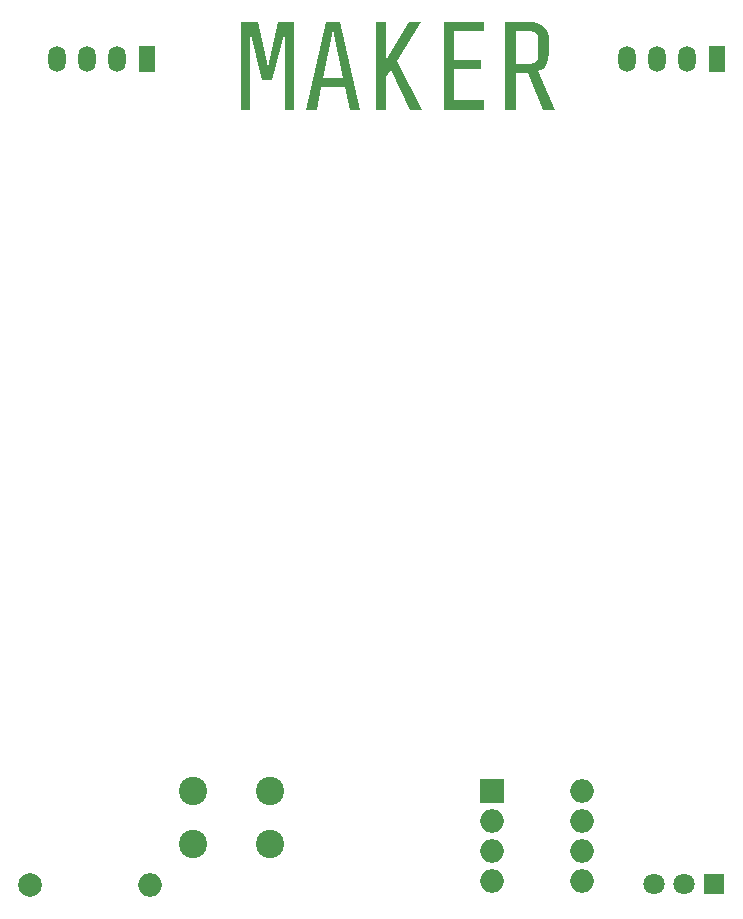
<source format=gbr>
G04 #@! TF.GenerationSoftware,KiCad,Pcbnew,5.0.0-fee4fd1~66~ubuntu18.04.1*
G04 #@! TF.CreationDate,2018-08-08T07:38:06+02:00*
G04 #@! TF.ProjectId,Saba-TIC18,536162612D54494331382E6B69636164,rev?*
G04 #@! TF.SameCoordinates,Original*
G04 #@! TF.FileFunction,Soldermask,Top*
G04 #@! TF.FilePolarity,Negative*
%FSLAX46Y46*%
G04 Gerber Fmt 4.6, Leading zero omitted, Abs format (unit mm)*
G04 Created by KiCad (PCBNEW 5.0.0-fee4fd1~66~ubuntu18.04.1) date Wed Aug  8 07:38:06 2018*
%MOMM*%
%LPD*%
G01*
G04 APERTURE LIST*
%ADD10C,0.100000*%
%ADD11O,1.470000X2.200000*%
%ADD12R,1.470000X2.200000*%
%ADD13O,2.000000X2.000000*%
%ADD14C,2.000000*%
%ADD15C,1.800000*%
%ADD16R,1.800000X1.800000*%
%ADD17C,2.400000*%
%ADD18R,2.000000X2.000000*%
G04 APERTURE END LIST*
D10*
G04 #@! TO.C,svg2mod*
G36*
X132070105Y-76480082D02*
X131216176Y-76480082D01*
X130207921Y-72312231D01*
X130207921Y-78972308D01*
X129426010Y-78972308D01*
X129426010Y-71548655D01*
X130856085Y-71548655D01*
X131679150Y-75345323D01*
X132512503Y-71548655D01*
X133901424Y-71548655D01*
X133901424Y-78972308D01*
X133098936Y-78972308D01*
X133098936Y-72312231D01*
X132070105Y-76480082D01*
X132070105Y-76480082D01*
G37*
G36*
X136206649Y-77095185D02*
X138048256Y-76299793D01*
X137204615Y-72248599D01*
X136371262Y-76299793D01*
X138048256Y-76299793D01*
X136206649Y-77095185D01*
X135805405Y-78972308D01*
X134889745Y-78972308D01*
X136628469Y-71548655D01*
X137811625Y-71548655D01*
X139519484Y-78972308D01*
X138603825Y-78972308D01*
X138212869Y-77095185D01*
X136206649Y-77095185D01*
X136206649Y-77095185D01*
G37*
G36*
X141701249Y-76236162D02*
X141701249Y-78972308D01*
X140806166Y-78972308D01*
X140806166Y-71548655D01*
X141701249Y-71548655D01*
X141701249Y-74751431D01*
X143656028Y-71548655D01*
X144633417Y-71548655D01*
X142647774Y-74825668D01*
X144756877Y-78972308D01*
X143728046Y-78972308D01*
X142092205Y-75631664D01*
X141701249Y-76236162D01*
X141701249Y-76236162D01*
G37*
G36*
X150014846Y-71548655D02*
X150014846Y-72322836D01*
X147473634Y-72322836D01*
X147473634Y-74751431D01*
X149757638Y-74751431D01*
X149757638Y-75525612D01*
X147473634Y-75525612D01*
X147473634Y-78198127D01*
X150014846Y-78198127D01*
X150014846Y-78972308D01*
X146578551Y-78972308D01*
X146578551Y-71548655D01*
X150014846Y-71548655D01*
X150014846Y-71548655D01*
G37*
G36*
X152680161Y-75896795D02*
X152680161Y-75101403D01*
X153842740Y-75101403D01*
X154179682Y-75056331D01*
X154408597Y-74921115D01*
X154547490Y-74677195D01*
X154593787Y-74327222D01*
X154593787Y-73107622D01*
X154547490Y-72760301D01*
X154408597Y-72524335D01*
X154179682Y-72389119D01*
X153842740Y-72344046D01*
X152680161Y-72344046D01*
X152680161Y-75101403D01*
X152680161Y-75896795D01*
X152680161Y-78972308D01*
X151785078Y-78972308D01*
X151785078Y-71548655D01*
X153719281Y-71548655D01*
X154129527Y-71573842D01*
X154485760Y-71649404D01*
X154787979Y-71775341D01*
X155036184Y-71951653D01*
X155234234Y-72177014D01*
X155375698Y-72460704D01*
X155460577Y-72802722D01*
X155488870Y-73203069D01*
X155488870Y-74221170D01*
X155430998Y-74764025D01*
X155257383Y-75194199D01*
X155127172Y-75367032D01*
X154968024Y-75511693D01*
X154562922Y-75716506D01*
X155992997Y-78972308D01*
X155015608Y-78972308D01*
X153688416Y-75896795D01*
X152680161Y-75896795D01*
X152680161Y-75896795D01*
G37*
G04 #@! TD*
D11*
G04 #@! TO.C,led*
X162052000Y-74676000D03*
X164592000Y-74676000D03*
X167132000Y-74676000D03*
D12*
X169672000Y-74676000D03*
G04 #@! TD*
G04 #@! TO.C,led*
X121412000Y-74676000D03*
D11*
X118872000Y-74676000D03*
X116332000Y-74676000D03*
X113792000Y-74676000D03*
G04 #@! TD*
D13*
G04 #@! TO.C,10k*
X121666000Y-144653000D03*
D14*
X111506000Y-144653000D03*
G04 #@! TD*
D15*
G04 #@! TO.C,interruptor*
X164338000Y-144526000D03*
X166878000Y-144526000D03*
D16*
X169418000Y-144526000D03*
G04 #@! TD*
D17*
G04 #@! TO.C,Polsador*
X131849000Y-136652000D03*
X131849000Y-141152000D03*
X125349000Y-136652000D03*
X125349000Y-141152000D03*
G04 #@! TD*
D13*
G04 #@! TO.C,Processador*
X158242000Y-136652000D03*
X150622000Y-144272000D03*
X158242000Y-139192000D03*
X150622000Y-141732000D03*
X158242000Y-141732000D03*
X150622000Y-139192000D03*
X158242000Y-144272000D03*
D18*
X150622000Y-136652000D03*
G04 #@! TD*
M02*

</source>
